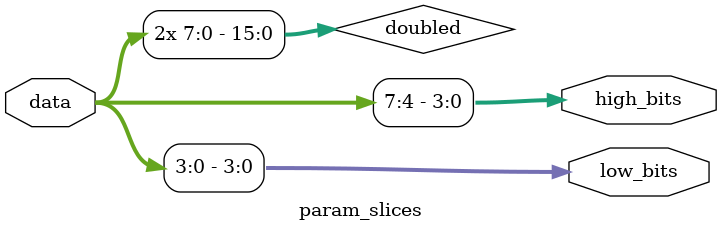
<source format=v>
module param_slices #(
    parameter WIDTH = 8,
    parameter OFFSET = 4
)(
    input [WIDTH-1:0] data,
    output [OFFSET-1:0] low_bits,
    output [WIDTH-OFFSET-1:0] high_bits
);

    // Parameterized bit slices
    assign low_bits = data[OFFSET-1:0];
    assign high_bits = data[WIDTH-1:OFFSET];
    
    // Replication với parameter
    wire [WIDTH*2-1:0] doubled;
    assign doubled = {WIDTH{data}};

endmodule


</source>
